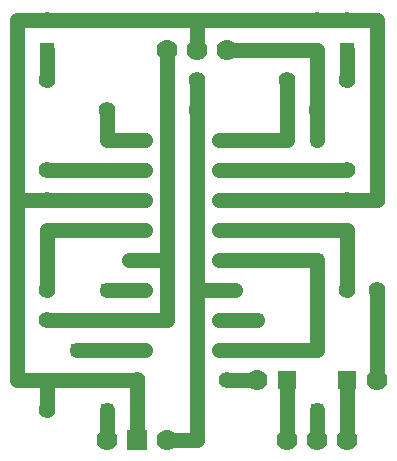
<source format=gbl>
G75*
%MOIN*%
%OFA0B0*%
%FSLAX25Y25*%
%IPPOS*%
%LPD*%
%AMOC8*
5,1,8,0,0,1.08239X$1,22.5*
%
%ADD10C,0.07000*%
%ADD11R,0.06300X0.06300*%
%ADD12C,0.05543*%
%ADD13R,0.04756X0.04756*%
%ADD14C,0.05150*%
%ADD15R,0.07000X0.07000*%
%ADD16C,0.05000*%
%ADD17R,0.03962X0.03962*%
D10*
X0098897Y0082046D03*
X0118897Y0082046D03*
X0148897Y0102046D03*
X0158897Y0082046D03*
X0168897Y0082046D03*
X0178897Y0082046D03*
X0188897Y0102046D03*
X0138897Y0212046D03*
X0128897Y0212046D03*
X0118897Y0212046D03*
D11*
X0158897Y0102046D03*
X0178897Y0102046D03*
D12*
X0078897Y0092046D03*
X0108897Y0102046D03*
X0078897Y0122046D03*
X0078897Y0132046D03*
X0078897Y0162046D03*
X0078897Y0172046D03*
X0098897Y0192046D03*
X0078897Y0202046D03*
X0078897Y0222046D03*
X0128897Y0202046D03*
X0128897Y0192046D03*
X0158897Y0202046D03*
X0168897Y0192046D03*
X0178897Y0202046D03*
X0178897Y0222046D03*
X0168897Y0222046D03*
X0178897Y0172046D03*
X0178897Y0162046D03*
X0188897Y0162046D03*
X0188897Y0132046D03*
X0178897Y0132046D03*
X0138897Y0102046D03*
D13*
X0178897Y0212046D03*
X0078897Y0212046D03*
D14*
X0106323Y0182046D02*
X0111472Y0182046D01*
X0111472Y0172046D02*
X0106323Y0172046D01*
X0106323Y0162046D02*
X0111472Y0162046D01*
X0111472Y0152046D02*
X0106323Y0152046D01*
X0106323Y0142046D02*
X0111472Y0142046D01*
X0111472Y0132046D02*
X0106323Y0132046D01*
X0106323Y0122046D02*
X0111472Y0122046D01*
X0111472Y0112046D02*
X0106323Y0112046D01*
X0136323Y0112046D02*
X0141472Y0112046D01*
X0141472Y0122046D02*
X0136323Y0122046D01*
X0136323Y0132046D02*
X0141472Y0132046D01*
X0141472Y0142046D02*
X0136323Y0142046D01*
X0136323Y0152046D02*
X0141472Y0152046D01*
X0141472Y0162046D02*
X0136323Y0162046D01*
X0136323Y0172046D02*
X0141472Y0172046D01*
X0141472Y0182046D02*
X0136323Y0182046D01*
D15*
X0108897Y0082046D03*
D16*
X0108897Y0092046D01*
X0108897Y0102046D01*
X0078897Y0102046D01*
X0078897Y0092046D01*
X0078897Y0102046D02*
X0068897Y0102046D01*
X0068897Y0162046D01*
X0078897Y0162046D01*
X0108897Y0162046D01*
X0108897Y0172046D02*
X0088897Y0172046D01*
X0078897Y0172046D01*
X0068897Y0162046D02*
X0068897Y0222046D01*
X0078897Y0222046D01*
X0128897Y0222046D01*
X0168897Y0222046D01*
X0178897Y0222046D01*
X0188897Y0222046D01*
X0188897Y0162046D01*
X0178897Y0162046D01*
X0138897Y0162046D01*
X0138897Y0172046D02*
X0148897Y0172046D01*
X0178897Y0172046D01*
X0168897Y0182046D02*
X0168897Y0192046D01*
X0168897Y0212046D01*
X0138897Y0212046D01*
X0128897Y0212046D02*
X0128897Y0222046D01*
X0118897Y0212046D02*
X0118897Y0142046D01*
X0118897Y0122046D01*
X0108897Y0122046D01*
X0078897Y0122046D01*
X0078897Y0132046D02*
X0078897Y0152046D01*
X0108897Y0152046D01*
X0108897Y0142046D02*
X0118897Y0142046D01*
X0108897Y0132046D02*
X0098897Y0132046D01*
X0108897Y0112046D02*
X0088897Y0112046D01*
X0098897Y0092046D02*
X0098897Y0082046D01*
X0118897Y0082046D02*
X0128897Y0082046D01*
X0128897Y0132046D01*
X0138897Y0132046D01*
X0128897Y0132046D02*
X0128897Y0202046D01*
X0128897Y0192046D01*
X0138897Y0182046D02*
X0158897Y0182046D01*
X0158897Y0202046D01*
X0178897Y0202046D02*
X0178897Y0212046D01*
X0178897Y0152046D02*
X0138897Y0152046D01*
X0138897Y0142046D02*
X0168897Y0142046D01*
X0168897Y0112046D01*
X0138897Y0112046D01*
X0138897Y0102046D02*
X0148897Y0102046D01*
X0158897Y0102046D02*
X0158897Y0082046D01*
X0168897Y0082046D02*
X0168897Y0092046D01*
X0178897Y0102046D02*
X0178897Y0082046D01*
X0188897Y0102046D02*
X0188897Y0132046D01*
X0178897Y0132046D02*
X0178897Y0152046D01*
X0148897Y0122046D02*
X0138897Y0122046D01*
X0108897Y0182046D02*
X0098897Y0182046D01*
X0098897Y0192046D01*
X0078897Y0202046D02*
X0078897Y0212046D01*
D17*
X0088897Y0172046D03*
X0098897Y0132046D03*
X0088897Y0112046D03*
X0098897Y0092046D03*
X0108897Y0092046D03*
X0148897Y0122046D03*
X0168897Y0142046D03*
X0148897Y0172046D03*
X0168897Y0182046D03*
X0168897Y0092046D03*
M02*

</source>
